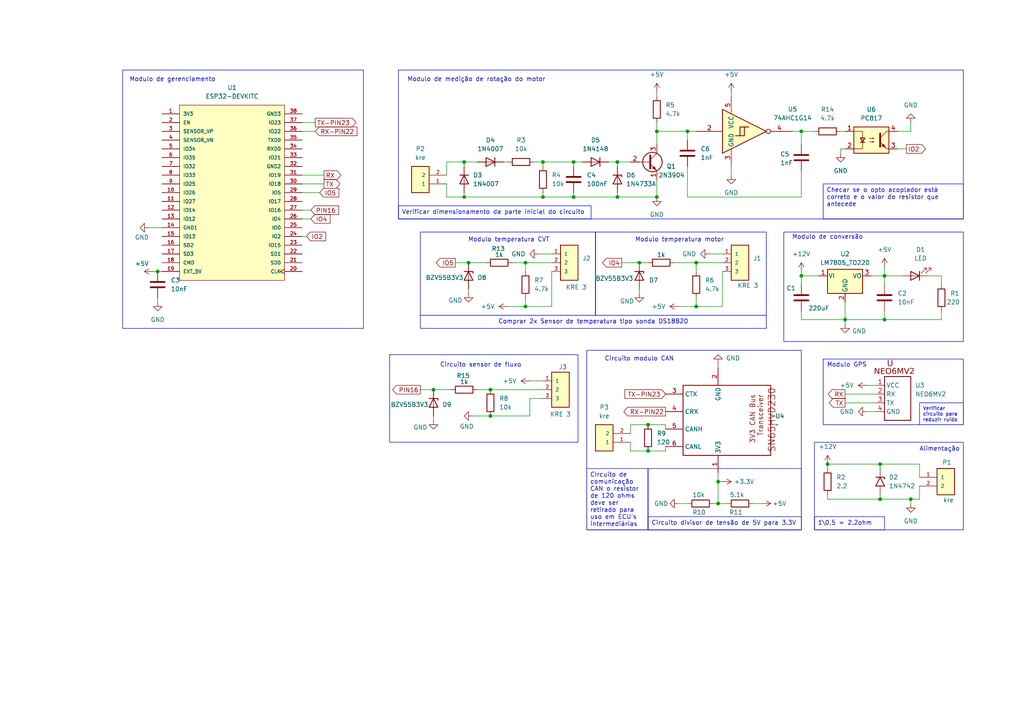
<source format=kicad_sch>
(kicad_sch (version 20250114) (generator "eeschema") (generator_version "9.0")
  (paper "A4")
  (lib_symbols
    (symbol "74xGxx:74AHC1G14"
      (property "Reference" "U" (at 0 3.81 0))
      (property "Value" "74AHC1G14" (at 0 -3.81 0))
      (symbol "74AHC1G14_0_1"
        (polyline (pts (xy -7.62 6.35) (xy -7.62 -6.35) (xy 5.08 0) (xy -7.62 6.35)) (stroke (width 0.254)) (fill (type background)))
      )
      (symbol "74AHC1G14_1_1"
        (polyline (pts (xy -3.81 -1.27) (xy -1.27 -1.27) (xy -1.27 1.27)) (stroke (width 0.254)))
        (polyline (pts (xy -2.54 -1.27) (xy -2.54 1.27) (xy 0 1.27)) (stroke (width 0.254)))
        (pin input line (at -15.24 0 0) (length 7.62) (name "~") (number "2"))
        (pin no_connect line (at -7.62 5.08 180) (length 5.08) (hide yes) (name "NC") (number "1"))
        (pin power_in line (at -5.08 10.16 270) (length 5.08) (name "VCC") (number "5"))
        (pin power_in line (at -5.08 -10.16 90) (length 5.08) (name "GND") (number "3"))
        (pin output inverted (at 12.7 0 180) (length 7.62) (name "~") (number "4"))
      )
    )
    (symbol "Device:C" (pin_numbers (hide yes)) (pin_names (offset 0.254))
      (property "Reference" "C" (at 0.635 2.54 0))
      (property "Value" "C" (at 0.635 -2.54 0))
      (symbol "C_0_1"
        (polyline (pts (xy -2.032 0.762) (xy 2.032 0.762)) (stroke (width 0.508)))
        (polyline (pts (xy -2.032 -0.762) (xy 2.032 -0.762)) (stroke (width 0.508)))
      )
      (symbol "C_1_1"
        (pin passive line (at 0 3.81 270) (length 2.794) (name "~") (number "1"))
        (pin passive line (at 0 -3.81 90) (length 2.794) (name "~") (number "2"))
      )
    )
    (symbol "Device:LED" (pin_numbers (hide yes)) (pin_names (offset 1.016) (hide yes))
      (property "Reference" "D" (at 0 2.54 0))
      (property "Value" "LED" (at 0 -2.54 0))
      (symbol "LED_0_1"
        (polyline (pts (xy -3.048 -0.762) (xy -4.572 -2.286) (xy -3.81 -2.286) (xy -4.572 -2.286) (xy -4.572 -1.524)))
        (polyline (pts (xy -1.778 -0.762) (xy -3.302 -2.286) (xy -2.54 -2.286) (xy -3.302 -2.286) (xy -3.302 -1.524)))
        (polyline (pts (xy -1.27 0) (xy 1.27 0)))
        (polyline (pts (xy -1.27 -1.27) (xy -1.27 1.27)) (stroke (width 0.254)))
        (polyline (pts (xy 1.27 -1.27) (xy 1.27 1.27) (xy -1.27 0) (xy 1.27 -1.27)) (stroke (width 0.254)))
      )
      (symbol "LED_1_1"
        (pin passive line (at -3.81 0 0) (length 2.54) (name "K") (number "1"))
        (pin passive line (at 3.81 0 180) (length 2.54) (name "A") (number "2"))
      )
    )
    (symbol "Device:R" (pin_numbers (hide yes)) (pin_names (offset 0))
      (property "Reference" "R" (at 2.032 0 90))
      (property "Value" "R" (at 0 0 90))
      (symbol "R_0_1"
        (rectangle (start -1.016 -2.54) (end 1.016 2.54) (stroke (width 0.254)))
      )
      (symbol "R_1_1"
        (pin passive line (at 0 3.81 270) (length 1.27) (name "~") (number "1"))
        (pin passive line (at 0 -3.81 90) (length 1.27) (name "~") (number "2"))
      )
    )
    (symbol "Diode:1.5KExxA" (pin_numbers (hide yes)) (pin_names (offset 1.016) (hide yes))
      (property "Reference" "D" (at 0 2.54 0))
      (property "Value" "1.5KExxA" (at 0 -2.54 0))
      (symbol "1.5KExxA_0_1"
        (polyline (pts (xy -0.762 1.27) (xy -1.27 1.27) (xy -1.27 -1.27)) (stroke (width 0.254)))
        (polyline (pts (xy 1.27 1.27) (xy 1.27 -1.27) (xy -1.27 0) (xy 1.27 1.27)) (stroke (width 0.254)))
      )
      (symbol "1.5KExxA_1_1"
        (pin passive line (at -3.81 0 0) (length 2.54) (name "A1") (number "1"))
        (pin passive line (at 3.81 0 180) (length 2.54) (name "A2") (number "2"))
      )
    )
    (symbol "Diode:1N4007" (pin_numbers (hide yes)) (pin_names (hide yes))
      (property "Reference" "D" (at 0 2.54 0))
      (property "Value" "1N4007" (at 0 -2.54 0))
      (symbol "1N4007_0_1"
        (polyline (pts (xy -1.27 1.27) (xy -1.27 -1.27)) (stroke (width 0.254)))
        (polyline (pts (xy 1.27 1.27) (xy 1.27 -1.27) (xy -1.27 0) (xy 1.27 1.27)) (stroke (width 0.254)))
        (polyline (pts (xy 1.27 0) (xy -1.27 0)))
      )
      (symbol "1N4007_1_1"
        (pin passive line (at -3.81 0 0) (length 2.54) (name "K") (number "1"))
        (pin passive line (at 3.81 0 180) (length 2.54) (name "A") (number "2"))
      )
    )
    (symbol "Diode:1N4148" (pin_numbers (hide yes)) (pin_names (hide yes))
      (property "Reference" "D" (at 0 2.54 0))
      (property "Value" "1N4148" (at 0 -2.54 0))
      (symbol "1N4148_0_1"
        (polyline (pts (xy -1.27 1.27) (xy -1.27 -1.27)) (stroke (width 0.254)))
        (polyline (pts (xy 1.27 1.27) (xy 1.27 -1.27) (xy -1.27 0) (xy 1.27 1.27)) (stroke (width 0.254)))
        (polyline (pts (xy 1.27 0) (xy -1.27 0)))
      )
      (symbol "1N4148_1_1"
        (pin passive line (at -3.81 0 0) (length 2.54) (name "K") (number "1"))
        (pin passive line (at 3.81 0 180) (length 2.54) (name "A") (number "2"))
      )
    )
    (symbol "Diode:1N47xxA" (pin_numbers (hide yes)) (pin_names (hide yes))
      (property "Reference" "D" (at 0 2.54 0))
      (property "Value" "1N47xxA" (at 0 -2.54 0))
      (symbol "1N47xxA_0_1"
        (polyline (pts (xy -1.27 -1.27) (xy -1.27 1.27) (xy -0.762 1.27)) (stroke (width 0.254)))
        (polyline (pts (xy 1.27 0) (xy -1.27 0)))
        (polyline (pts (xy 1.27 -1.27) (xy 1.27 1.27) (xy -1.27 0) (xy 1.27 -1.27)) (stroke (width 0.254)))
      )
      (symbol "1N47xxA_1_1"
        (pin passive line (at -3.81 0 0) (length 2.54) (name "K") (number "1"))
        (pin passive line (at 3.81 0 180) (length 2.54) (name "A") (number "2"))
      )
    )
    (symbol "Diode:BZV55B3V3" (pin_numbers (hide yes)) (pin_names (hide yes))
      (property "Reference" "D" (at 0 2.54 0))
      (property "Value" "BZV55B3V3" (at 0 -2.54 0))
      (symbol "BZV55B3V3_0_1"
        (polyline (pts (xy -1.27 -1.27) (xy -1.27 1.27) (xy -0.762 1.27)) (stroke (width 0.254)))
        (polyline (pts (xy 1.27 0) (xy -1.27 0)))
        (polyline (pts (xy 1.27 -1.27) (xy 1.27 1.27) (xy -1.27 0) (xy 1.27 -1.27)) (stroke (width 0.254)))
      )
      (symbol "BZV55B3V3_1_1"
        (pin passive line (at -3.81 0 0) (length 2.54) (name "K") (number "1"))
        (pin passive line (at 3.81 0 180) (length 2.54) (name "A") (number "2"))
      )
    )
    (symbol "Isolator:PC817" (pin_names (offset 1.016))
      (property "Reference" "U" (at -5.08 5.08 0))
      (property "Value" "PC817" (at 0 5.08 0))
      (symbol "PC817_0_1"
        (rectangle (start -5.08 3.81) (end 5.08 -3.81) (stroke (width 0.254)) (fill (type background)))
        (polyline (pts (xy -5.08 2.54) (xy -2.54 2.54) (xy -2.54 -0.635)))
        (polyline (pts (xy -3.175 -0.635) (xy -1.905 -0.635)) (stroke (width 0.254)))
        (polyline (pts (xy -2.54 -0.635) (xy -2.54 -2.54) (xy -5.08 -2.54)))
        (polyline (pts (xy -2.54 -0.635) (xy -3.175 0.635) (xy -1.905 0.635) (xy -2.54 -0.635)) (stroke (width 0.254)))
        (polyline (pts (xy -0.508 0.508) (xy 0.762 0.508) (xy 0.381 0.381) (xy 0.381 0.635) (xy 0.762 0.508)))
        (polyline (pts (xy -0.508 -0.508) (xy 0.762 -0.508) (xy 0.381 -0.635) (xy 0.381 -0.381) (xy 0.762 -0.508)))
        (polyline (pts (xy 2.54 1.905) (xy 2.54 -1.905)) (stroke (width 0.508)))
        (polyline (pts (xy 2.54 0.635) (xy 4.445 2.54)))
        (polyline (pts (xy 3.048 -1.651) (xy 3.556 -1.143) (xy 4.064 -2.159) (xy 3.048 -1.651)) (fill (type outline)))
        (polyline (pts (xy 4.445 2.54) (xy 5.08 2.54)))
        (polyline (pts (xy 4.445 -2.54) (xy 2.54 -0.635)) (fill (type outline)))
        (polyline (pts (xy 4.445 -2.54) (xy 5.08 -2.54)))
      )
      (symbol "PC817_1_1"
        (pin passive line (at -7.62 2.54 0) (length 2.54) (name "~") (number "1"))
        (pin passive line (at -7.62 -2.54 0) (length 2.54) (name "~") (number "2"))
        (pin passive line (at 7.62 2.54 180) (length 2.54) (name "~") (number "4"))
        (pin passive line (at 7.62 -2.54 180) (length 2.54) (name "~") (number "3"))
      )
    )
    (symbol "Regulator_Linear:LM7805_TO220" (pin_names (offset 0.254))
      (property "Reference" "U" (at -3.81 3.175 0))
      (property "Value" "LM7805_TO220" (at 0 3.175 0))
      (symbol "LM7805_TO220_0_1"
        (rectangle (start -5.08 1.905) (end 5.08 -5.08) (stroke (width 0.254)) (fill (type background)))
      )
      (symbol "LM7805_TO220_1_1"
        (pin power_in line (at -7.62 0 0) (length 2.54) (name "VI") (number "1"))
        (pin power_in line (at 0 -7.62 90) (length 2.54) (name "GND") (number "2"))
        (pin power_out line (at 7.62 0 180) (length 2.54) (name "VO") (number "3"))
      )
    )
    (symbol "Transistor_BJT:2N3904" (pin_names (offset 0) (hide yes))
      (property "Reference" "Q" (at 5.08 1.905 0))
      (property "Value" "2N3904" (at 5.08 0 0))
      (symbol "2N3904_0_1"
        (polyline (pts (xy -2.54 0) (xy 0.635 0)))
        (polyline (pts (xy 0.635 1.905) (xy 0.635 -1.905)) (stroke (width 0.508)))
        (circle (center 1.27 0) (radius 2.8194) (stroke (width 0.254)))
      )
      (symbol "2N3904_1_1"
        (polyline (pts (xy 0.635 0.635) (xy 2.54 2.54)))
        (polyline (pts (xy 0.635 -0.635) (xy 2.54 -2.54)))
        (polyline (pts (xy 1.27 -1.778) (xy 1.778 -1.27) (xy 2.286 -2.286) (xy 1.27 -1.778)) (fill (type outline)))
        (pin input line (at -5.08 0 0) (length 2.54) (name "B") (number "2"))
        (pin passive line (at 2.54 5.08 270) (length 2.54) (name "C") (number "3"))
        (pin passive line (at 2.54 -5.08 90) (length 2.54) (name "E") (number "1"))
      )
    )
    (symbol "importado:282836-3" (pin_names (offset 1.016))
      (property "Reference" "J" (at -2.5432 5.5951 0))
      (property "Value" "282836-3" (at -2.5403 -7.621 0))
      (symbol "282836-3_0_0"
        (rectangle (start -2.54 -5.08) (end 2.54 5.08) (stroke (width 0.254)) (fill (type background)))
        (pin passive line (at -5.08 2.54 0) (length 2.54) (name "1") (number "1"))
        (pin passive line (at -5.08 0 0) (length 2.54) (name "2") (number "2"))
        (pin passive line (at -5.08 -2.54 0) (length 2.54) (name "3") (number "3"))
      )
    )
    (symbol "importado:282837-2" (pin_names (offset 1.016))
      (property "Reference" "P" (at -2.5406 2.5438 0))
      (property "Value" "kre" (at -1.27 -7.62 0))
      (symbol "282837-2_0_0"
        (rectangle (start -2.54 -5.08) (end 2.54 2.54) (stroke (width 0.254)) (fill (type background)))
        (pin passive line (at -7.62 0 0) (length 5.08) (name "1") (number "1"))
        (pin passive line (at -7.62 -2.54 0) (length 5.08) (name "2") (number "2"))
      )
    )
    (symbol "importado:ESP32-DEVKITC" (pin_names (offset 1.016))
      (property "Reference" "U" (at -15.2572 26.0643 0))
      (property "Value" "ESP32-DEVKITC" (at -15.2563 -27.9698 0))
      (symbol "ESP32-DEVKITC_0_0"
        (pin power_in line (at -20.32 22.86 0) (length 5.08) (name "3V3") (number "1"))
        (pin input line (at -20.32 20.32 0) (length 5.08) (name "EN") (number "2"))
        (pin input line (at -20.32 17.78 0) (length 5.08) (name "SENSOR_VP") (number "3"))
        (pin input line (at -20.32 15.24 0) (length 5.08) (name "SENSOR_VN") (number "4"))
        (pin bidirectional line (at -20.32 12.7 0) (length 5.08) (name "IO34") (number "5"))
        (pin bidirectional line (at -20.32 10.16 0) (length 5.08) (name "IO35") (number "6"))
        (pin bidirectional line (at -20.32 7.62 0) (length 5.08) (name "IO32") (number "7"))
        (pin bidirectional line (at -20.32 5.08 0) (length 5.08) (name "IO33") (number "8"))
        (pin bidirectional line (at -20.32 2.54 0) (length 5.08) (name "IO25") (number "9"))
        (pin bidirectional line (at -20.32 0 0) (length 5.08) (name "IO26") (number "10"))
        (pin bidirectional line (at -20.32 -2.54 0) (length 5.08) (name "IO27") (number "11"))
        (pin bidirectional line (at -20.32 -5.08 0) (length 5.08) (name "IO14") (number "12"))
        (pin bidirectional line (at -20.32 -7.62 0) (length 5.08) (name "IO12") (number "13"))
        (pin power_in line (at -20.32 -10.16 0) (length 5.08) (name "GND1") (number "14"))
        (pin bidirectional line (at -20.32 -12.7 0) (length 5.08) (name "IO13") (number "15"))
        (pin bidirectional line (at -20.32 -15.24 0) (length 5.08) (name "SD2") (number "16"))
        (pin bidirectional line (at -20.32 -17.78 0) (length 5.08) (name "SD3") (number "17"))
        (pin bidirectional line (at -20.32 -20.32 0) (length 5.08) (name "CMD") (number "18"))
        (pin power_in line (at -20.32 -22.86 0) (length 5.08) (name "EXT_5V") (number "19"))
        (pin power_in line (at 20.32 22.86 180) (length 5.08) (name "GND3") (number "38"))
        (pin bidirectional line (at 20.32 20.32 180) (length 5.08) (name "IO23") (number "37"))
        (pin bidirectional line (at 20.32 17.78 180) (length 5.08) (name "IO22") (number "36"))
        (pin output line (at 20.32 15.24 180) (length 5.08) (name "TXD0") (number "35"))
        (pin input line (at 20.32 12.7 180) (length 5.08) (name "RXD0") (number "34"))
        (pin bidirectional line (at 20.32 10.16 180) (length 5.08) (name "IO21") (number "33"))
        (pin power_in line (at 20.32 7.62 180) (length 5.08) (name "GND2") (number "32"))
        (pin bidirectional line (at 20.32 5.08 180) (length 5.08) (name "IO19") (number "31"))
        (pin bidirectional line (at 20.32 2.54 180) (length 5.08) (name "IO18") (number "30"))
        (pin bidirectional line (at 20.32 0 180) (length 5.08) (name "IO5") (number "29"))
        (pin bidirectional line (at 20.32 -2.54 180) (length 5.08) (name "IO17") (number "28"))
        (pin bidirectional line (at 20.32 -5.08 180) (length 5.08) (name "IO16") (number "27"))
        (pin bidirectional line (at 20.32 -7.62 180) (length 5.08) (name "IO4") (number "26"))
        (pin bidirectional line (at 20.32 -10.16 180) (length 5.08) (name "IO0") (number "25"))
        (pin bidirectional line (at 20.32 -12.7 180) (length 5.08) (name "IO2") (number "24"))
        (pin bidirectional line (at 20.32 -15.24 180) (length 5.08) (name "IO15") (number "23"))
        (pin bidirectional line (at 20.32 -17.78 180) (length 5.08) (name "SD1") (number "22"))
        (pin bidirectional line (at 20.32 -20.32 180) (length 5.08) (name "SD0") (number "21"))
        (pin input clock (at 20.32 -22.86 180) (length 5.08) (name "CLK") (number "20"))
      )
      (symbol "ESP32-DEVKITC_1_0"
        (rectangle (start -15.24 25.4) (end 15.24 -25.4) (fill (type background)))
      )
    )
    (symbol "importado:NEO6MV2"
      (property "Reference" "U?" (at 0 0 0))
      (property "Value" "NEO6MV2" (at 0 0 0))
      (symbol "NEO6MV2_0_0"
        (rectangle (start 2.54 10.16) (end 10.16 -2.54) (stroke (width 0.254)))
        (text "NEO6MV2" (at -0.508 12.6111 0) (effects (font (size 1.6891 1.6891)) (justify left top)))
        (text "U" (at 3.302 14.8971 0) (effects (font (size 1.6891 1.6891)) (justify left top)))
        (pin passive line (at 0 7.62 0) (length 2.54) (name "VCC") (number "1"))
        (pin input line (at 0 5.08 0) (length 2.54) (name "RX") (number "2"))
        (pin output line (at 0 2.54 0) (length 2.54) (name "TX") (number "3"))
        (pin passive line (at 0 0 0) (length 2.54) (name "GND") (number "4"))
      )
    )
    (symbol "importado:SN65HVD230 3.3V CAN Bus Transceiver 1"
      (property "Reference" "U" (at 0 0 0))
      (symbol "SN65HVD230 3.3V CAN Bus Transceiver 1_0_0"
        (rectangle (start 5.08 5.08) (end 25.4 -20.32) (stroke (width 0.254)))
        (text "SN65HVD230" (at 5.6388 4.2926 0) (effects (font (size 1.9304 1.9304)) (justify left top)))
        (text "3V3 CAN Bus\nTransceiver" (at 7.62 -0.9906 0) (effects (font (size 1.4224 1.4224)) (justify left top)))
        (pin unspecified line (at 0 -10.16 0) (length 5.08) (name "GND") (number "2"))
        (pin unspecified line (at 7.62 -25.4 90) (length 5.08) (name "CTX") (number "3"))
        (pin unspecified line (at 12.7 -25.4 90) (length 5.08) (name "CRX") (number "4"))
        (pin unspecified line (at 17.78 -25.4 90) (length 5.08) (name "CANH") (number "5"))
        (pin unspecified line (at 22.86 -25.4 90) (length 5.08) (name "CANL") (number "6"))
        (pin unspecified line (at 30.48 -10.16 180) (length 5.08) (name "3V3") (number "1"))
      )
    )
    (symbol "power:+12V" (power) (pin_names (offset 0))
      (property "Value" "+12V" (at 0 3.556 0))
      (symbol "+12V_0_1"
        (polyline (pts (xy -0.762 1.27) (xy 0 2.54)))
        (polyline (pts (xy 0 2.54) (xy 0.762 1.27)))
        (polyline (pts (xy 0 0) (xy 0 2.54)))
      )
      (symbol "+12V_1_1"
        (pin power_in line (at 0 0 90) (length 0) (hide yes) (name "+12V") (number "1"))
      )
    )
    (symbol "power:+5V" (power) (pin_names (offset 0))
      (property "Value" "+5V" (at 0 3.556 0))
      (symbol "+5V_0_1"
        (polyline (pts (xy -0.762 1.27) (xy 0 2.54)))
        (polyline (pts (xy 0 2.54) (xy 0.762 1.27)))
        (polyline (pts (xy 0 0) (xy 0 2.54)))
      )
      (symbol "+5V_1_1"
        (pin power_in line (at 0 0 90) (length 0) (hide yes) (name "+5V") (number "1"))
      )
    )
    (symbol "power:GND" (power) (pin_names (offset 0))
      (property "Value" "GND" (at 0 -3.81 0))
      (symbol "GND_0_1"
        (polyline (pts (xy 0 0) (xy 0 -1.27) (xy 1.27 -1.27) (xy 0 -2.54) (xy -1.27 -1.27) (xy 0 -1.27)))
      )
      (symbol "GND_1_1"
        (pin power_in line (at 0 0 270) (length 0) (hide yes) (name "GND") (number "1"))
      )
    )
  )
  (rectangle (start 227.33 67.31) (end 279.4 99.06))
  (rectangle (start 121.92 67.31) (end 172.72 91.44))
  (rectangle (start 172.72 67.31) (end 222.25 91.44))
  (rectangle (start 279.4 104.14) (end 238.76 123.19))
  (rectangle (start 170.18 101.6) (end 232.41 153.67))
  (rectangle (start 187.96 135.89) (end 232.41 153.67))
  (rectangle (start 236.22 128.27) (end 279.4 153.67))
  (rectangle (start 35.56 20.32) (end 105.41 95.25))
  (rectangle (start 115.57 20.32) (end 279.4 63.5))
  (rectangle (start 113.03 102.87) (end 167.64 128.27))
  (text "Modulo temperatura CVT" (at 147.574 69.596 0) (effects (font (size 1.27 1.27))))
  (text "Modulo GPS" (at 245.618 105.918 0) (effects (font (size 1.27 1.27))))
  (text "Modulo temperatura motor" (at 197.104 69.596 0) (effects (font (size 1.27 1.27))))
  (text "Modulo de medição de rotação do motor" (at 138.176 23.114 0) (effects (font (size 1.27 1.27))))
  (text "Circuito sensor de fluxo" (at 139.446 105.918 0) (effects (font (size 1.27 1.27))))
  (text "Circuito modulo CAN" (at 185.42 104.14 0) (effects (font (size 1.27 1.27))))
  (text "Alimentação" (at 272.542 130.302 0) (effects (font (size 1.27 1.27))))
  (text "Modulo de conversão" (at 240.03 68.834 0) (effects (font (size 1.27 1.27))))
  (text "Modulo de gerenciamento" (at 50.038 23.114 0) (effects (font (size 1.27 1.27))))
  (text_box "CIrcuito de comunicação CAN o resistor de 120 ohms deve ser retirado para uso em ECU's intermediárias" (at 170.18 135.89 0) (size 17.78 17.78) (margins 0.9525 0.9525 0.9525 0.9525) (effects (font (size 1.27 1.27)) (justify left top)))
  (text_box "Verificar dimensionamento da parte inicial do circuito" (at 115.57 59.69 0) (size 55.88 3.81) (margins 0.9525 0.9525 0.9525 0.9525) (effects (font (size 1.27 1.27)) (justify left top)))
  (text_box "Checar se o opto acoplador está correto e o valor do resistor que antecede\n" (at 238.76 53.34 0) (size 40.64 10.16) (margins 0.9525 0.9525 0.9525 0.9525) (effects (font (size 1.27 1.27)) (justify left top)))
  (text_box "Verificar circuito para reduzir ruido\n" (at 266.7 116.84 0) (size 12.7 6.35) (margins 0.9525 0.9525 0.9525 0.9525) (effects (font (size 1.016 1.016)) (justify left top)))
  (text_box "Comprar 2x Sensor de temperatura tipo sonda DS18B20" (at 121.92 91.44 0) (size 100.33 3.81) (margins 0.9525 0.9525 0.9525 0.9525) (effects (font (size 1.27 1.27) (thickness 0.1588)) (justify top)))
  (text_box "1\\0,5 = 2.2ohm\n" (at 236.22 149.86 0) (size 20.32 3.81) (margins 0.9525 0.9525 0.9525 0.9525) (effects (font (size 1.27 1.27)) (justify left top)))
  (text_box "Circuito divisor de tensão de 5V para 3.3V" (at 187.96 149.86 0) (size 44.45 3.81) (margins 0.9525 0.9525 0.9525 0.9525) (effects (font (size 1.27 1.27)) (justify left top)))
  (junction (at 255.27 134.62))
  (junction (at 208.28 139.7))
  (junction (at 199.39 38.1))
  (junction (at 245.11 92.71))
  (junction (at 157.48 46.99))
  (junction (at 134.62 46.99))
  (junction (at 152.4 88.9))
  (junction (at 166.37 57.15))
  (junction (at 256.54 92.71))
  (junction (at 166.37 46.99))
  (junction (at 208.28 146.05))
  (junction (at 185.42 76.2))
  (junction (at 201.93 76.2))
  (junction (at 190.5 38.1))
  (junction (at 135.89 76.2))
  (junction (at 201.93 88.9))
  (junction (at 232.41 38.1))
  (junction (at 187.96 123.19))
  (junction (at 142.24 113.03))
  (junction (at 232.41 80.01))
  (junction (at 179.07 46.99))
  (junction (at 45.72 78.74))
  (junction (at 142.24 120.65))
  (junction (at 255.27 144.78))
  (junction (at 240.03 134.62))
  (junction (at 256.54 80.01))
  (junction (at 125.73 113.03))
  (junction (at 187.96 130.81))
  (junction (at 264.16 144.78))
  (junction (at 179.07 57.15))
  (junction (at 134.62 57.15))
  (junction (at 190.5 57.15))
  (junction (at 157.48 57.15))
  (junction (at 152.4 76.2))
  (wire (pts (xy 179.07 46.99) (xy 182.88 46.99)))
  (wire (pts (xy 88.9 68.58) (xy 87.63 68.58)))
  (wire (pts (xy 157.48 46.99) (xy 166.37 46.99)))
  (wire (pts (xy 125.73 113.03) (xy 130.81 113.03)))
  (wire (pts (xy 240.03 134.62) (xy 240.03 135.89)))
  (wire (pts (xy 201.93 88.9) (xy 196.85 88.9)))
  (wire (pts (xy 152.4 88.9) (xy 147.32 88.9)))
  (wire (pts (xy 179.07 57.15) (xy 166.37 57.15)))
  (wire (pts (xy 190.5 38.1) (xy 190.5 41.91)))
  (wire (pts (xy 166.37 46.99) (xy 166.37 48.26)))
  (wire (pts (xy 199.39 38.1) (xy 199.39 40.64)))
  (wire (pts (xy 153.67 110.49) (xy 157.48 110.49)))
  (wire (pts (xy 190.5 38.1) (xy 199.39 38.1)))
  (wire (pts (xy 44.45 78.74) (xy 45.72 78.74)))
  (wire (pts (xy 264.16 146.05) (xy 264.16 144.78)))
  (wire (pts (xy 232.41 92.71) (xy 245.11 92.71)))
  (wire (pts (xy 182.88 130.81) (xy 187.96 130.81)))
  (wire (pts (xy 240.03 143.51) (xy 240.03 144.78)))
  (wire (pts (xy 237.49 80.01) (xy 232.41 80.01)))
  (wire (pts (xy 264.16 38.1) (xy 264.16 35.56)))
  (wire (pts (xy 156.21 73.66) (xy 160.02 73.66)))
  (wire (pts (xy 245.11 87.63) (xy 245.11 92.71)))
  (wire (pts (xy 160.02 88.9) (xy 152.4 88.9)))
  (wire (pts (xy 273.05 90.17) (xy 273.05 92.71)))
  (wire (pts (xy 255.27 143.51) (xy 255.27 144.78)))
  (wire (pts (xy 199.39 57.15) (xy 232.41 57.15)))
  (wire (pts (xy 195.58 76.2) (xy 201.93 76.2)))
  (wire (pts (xy 45.72 86.36) (xy 45.72 87.63)))
  (wire (pts (xy 187.96 123.19) (xy 193.04 123.19)))
  (wire (pts (xy 148.59 76.2) (xy 152.4 76.2)))
  (wire (pts (xy 245.11 116.84) (xy 254 116.84)))
  (wire (pts (xy 201.93 76.2) (xy 201.93 78.74)))
  (wire (pts (xy 190.5 35.56) (xy 190.5 38.1)))
  (wire (pts (xy 260.35 38.1) (xy 264.16 38.1)))
  (wire (pts (xy 208.28 139.7) (xy 208.28 146.05)))
  (wire (pts (xy 87.63 55.88) (xy 92.71 55.88)))
  (wire (pts (xy 232.41 78.74) (xy 232.41 80.01)))
  (wire (pts (xy 134.62 57.15) (xy 134.62 55.88)))
  (wire (pts (xy 166.37 46.99) (xy 168.91 46.99)))
  (wire (pts (xy 153.67 120.65) (xy 153.67 115.57)))
  (wire (pts (xy 255.27 144.78) (xy 264.16 144.78)))
  (wire (pts (xy 251.46 111.76) (xy 254 111.76)))
  (wire (pts (xy 135.89 83.82) (xy 135.89 85.09)))
  (wire (pts (xy 182.88 123.19) (xy 187.96 123.19)))
  (wire (pts (xy 201.93 86.36) (xy 201.93 88.9)))
  (wire (pts (xy 129.54 46.99) (xy 129.54 50.8)))
  (wire (pts (xy 43.18 66.04) (xy 46.99 66.04)))
  (wire (pts (xy 229.87 38.1) (xy 232.41 38.1)))
  (wire (pts (xy 137.16 120.65) (xy 142.24 120.65)))
  (wire (pts (xy 243.84 43.18) (xy 243.84 44.45)))
  (wire (pts (xy 256.54 80.01) (xy 261.62 80.01)))
  (wire (pts (xy 208.28 146.05) (xy 210.82 146.05)))
  (wire (pts (xy 273.05 80.01) (xy 273.05 82.55)))
  (wire (pts (xy 252.73 80.01) (xy 256.54 80.01)))
  (wire (pts (xy 152.4 86.36) (xy 152.4 88.9)))
  (wire (pts (xy 182.88 125.73) (xy 182.88 123.19)))
  (wire (pts (xy 199.39 38.1) (xy 201.93 38.1)))
  (wire (pts (xy 153.67 115.57) (xy 157.48 115.57)))
  (wire (pts (xy 152.4 76.2) (xy 160.02 76.2)))
  (wire (pts (xy 256.54 82.55) (xy 256.54 80.01)))
  (wire (pts (xy 134.62 46.99) (xy 138.43 46.99)))
  (wire (pts (xy 193.04 129.54) (xy 193.04 130.81)))
  (wire (pts (xy 157.48 57.15) (xy 134.62 57.15)))
  (wire (pts (xy 185.42 76.2) (xy 187.96 76.2)))
  (wire (pts (xy 146.05 46.99) (xy 147.32 46.99)))
  (wire (pts (xy 266.7 144.78) (xy 264.16 144.78)))
  (wire (pts (xy 255.27 134.62) (xy 266.7 134.62)))
  (wire (pts (xy 157.48 46.99) (xy 157.48 48.26)))
  (wire (pts (xy 269.24 80.01) (xy 273.05 80.01)))
  (wire (pts (xy 190.5 52.07) (xy 190.5 57.15)))
  (wire (pts (xy 240.03 144.78) (xy 255.27 144.78)))
  (wire (pts (xy 87.63 60.96) (xy 90.17 60.96)))
  (wire (pts (xy 266.7 134.62) (xy 266.7 138.43)))
  (wire (pts (xy 190.5 57.15) (xy 179.07 57.15)))
  (wire (pts (xy 273.05 92.71) (xy 256.54 92.71)))
  (wire (pts (xy 232.41 90.17) (xy 232.41 92.71)))
  (wire (pts (xy 232.41 80.01) (xy 232.41 82.55)))
  (wire (pts (xy 87.63 63.5) (xy 90.17 63.5)))
  (wire (pts (xy 208.28 137.16) (xy 208.28 139.7)))
  (wire (pts (xy 87.63 50.8) (xy 93.98 50.8)))
  (wire (pts (xy 125.73 120.65) (xy 125.73 121.92)))
  (wire (pts (xy 256.54 90.17) (xy 256.54 92.71)))
  (wire (pts (xy 260.35 43.18) (xy 262.89 43.18)))
  (wire (pts (xy 135.89 76.2) (xy 140.97 76.2)))
  (wire (pts (xy 179.07 46.99) (xy 179.07 48.26)))
  (wire (pts (xy 152.4 76.2) (xy 152.4 78.74)))
  (wire (pts (xy 232.41 38.1) (xy 232.41 41.91)))
  (wire (pts (xy 91.44 35.56) (xy 87.63 35.56)))
  (wire (pts (xy 166.37 57.15) (xy 157.48 57.15)))
  (wire (pts (xy 245.11 114.3) (xy 254 114.3)))
  (wire (pts (xy 138.43 113.03) (xy 142.24 113.03)))
  (wire (pts (xy 256.54 77.47) (xy 256.54 80.01)))
  (wire (pts (xy 180.34 76.2) (xy 185.42 76.2)))
  (wire (pts (xy 166.37 57.15) (xy 166.37 55.88)))
  (wire (pts (xy 87.63 38.1) (xy 91.44 38.1)))
  (wire (pts (xy 255.27 135.89) (xy 255.27 134.62)))
  (wire (pts (xy 209.55 139.7) (xy 208.28 139.7)))
  (wire (pts (xy 185.42 83.82) (xy 185.42 85.09)))
  (wire (pts (xy 212.09 48.26) (xy 212.09 50.8)))
  (wire (pts (xy 132.08 76.2) (xy 135.89 76.2)))
  (wire (pts (xy 129.54 53.34) (xy 129.54 57.15)))
  (wire (pts (xy 190.5 26.67) (xy 190.5 27.94)))
  (wire (pts (xy 160.02 78.74) (xy 160.02 88.9)))
  (wire (pts (xy 266.7 140.97) (xy 266.7 144.78)))
  (wire (pts (xy 220.98 146.05) (xy 218.44 146.05)))
  (wire (pts (xy 196.85 146.05) (xy 199.39 146.05)))
  (wire (pts (xy 121.92 113.03) (xy 125.73 113.03)))
  (wire (pts (xy 251.46 119.38) (xy 254 119.38)))
  (wire (pts (xy 142.24 113.03) (xy 157.48 113.03)))
  (wire (pts (xy 199.39 48.26) (xy 199.39 57.15)))
  (wire (pts (xy 129.54 46.99) (xy 134.62 46.99)))
  (wire (pts (xy 154.94 46.99) (xy 157.48 46.99)))
  (wire (pts (xy 245.11 92.71) (xy 256.54 92.71)))
  (wire (pts (xy 212.09 26.67) (xy 212.09 27.94)))
  (wire (pts (xy 209.55 78.74) (xy 209.55 88.9)))
  (wire (pts (xy 232.41 57.15) (xy 232.41 49.53)))
  (wire (pts (xy 134.62 57.15) (xy 129.54 57.15)))
  (wire (pts (xy 157.48 55.88) (xy 157.48 57.15)))
  (wire (pts (xy 243.84 38.1) (xy 245.11 38.1)))
  (wire (pts (xy 240.03 134.62) (xy 255.27 134.62)))
  (wire (pts (xy 176.53 46.99) (xy 179.07 46.99)))
  (wire (pts (xy 245.11 43.18) (xy 243.84 43.18)))
  (wire (pts (xy 208.28 105.41) (xy 208.28 106.68)))
  (wire (pts (xy 45.72 78.74) (xy 46.99 78.74)))
  (wire (pts (xy 236.22 38.1) (xy 232.41 38.1)))
  (wire (pts (xy 193.04 123.19) (xy 193.04 124.46)))
  (wire (pts (xy 87.63 53.34) (xy 93.98 53.34)))
  (wire (pts (xy 182.88 128.27) (xy 182.88 130.81)))
  (wire (pts (xy 205.74 73.66) (xy 209.55 73.66)))
  (wire (pts (xy 134.62 48.26) (xy 134.62 46.99)))
  (wire (pts (xy 245.11 92.71) (xy 245.11 93.98)))
  (wire (pts (xy 209.55 88.9) (xy 201.93 88.9)))
  (wire (pts (xy 179.07 55.88) (xy 179.07 57.15)))
  (wire (pts (xy 201.93 76.2) (xy 209.55 76.2)))
  (wire (pts (xy 193.04 130.81) (xy 187.96 130.81)))
  (wire (pts (xy 142.24 120.65) (xy 153.67 120.65)))
  (wire (pts (xy 207.01 146.05) (xy 208.28 146.05)))
  (global_label "IO5" (shape input) (at 92.71 55.88 0) (property "Intersheetrefs" "${INTERSHEET_REFS}" (effects (hide yes))))
  (global_label "TX-PIN23" (shape input) (at 193.04 114.3 180) (property "Intersheetrefs" "${INTERSHEET_REFS}" (effects (hide yes))))
  (global_label "RX" (shape output) (at 245.11 114.3 180) (property "Intersheetrefs" "${INTERSHEET_REFS}" (effects (hide yes))))
  (global_label "PIN16" (shape input) (at 90.17 60.96 0) (property "Intersheetrefs" "${INTERSHEET_REFS}" (effects (hide yes))))
  (global_label "RX" (shape output) (at 93.98 50.8 0) (property "Intersheetrefs" "${INTERSHEET_REFS}" (effects (hide yes))))
  (global_label "TX" (shape output) (at 93.98 53.34 0) (property "Intersheetrefs" "${INTERSHEET_REFS}" (effects (hide yes))))
  (global_label "TX-PIN23" (shape output) (at 91.44 35.56 0) (property "Intersheetrefs" "${INTERSHEET_REFS}" (effects (hide yes))))
  (global_label "IO4" (shape input) (at 90.17 63.5 0) (property "Intersheetrefs" "${INTERSHEET_REFS}" (effects (hide yes))))
  (global_label "IO5" (shape output) (at 132.08 76.2 180) (property "Intersheetrefs" "${INTERSHEET_REFS}" (effects (hide yes))))
  (global_label "RX-PIN22" (shape output) (at 193.04 119.38 180) (property "Intersheetrefs" "${INTERSHEET_REFS}" (effects (hide yes))))
  (global_label "IO4" (shape output) (at 180.34 76.2 180) (property "Intersheetrefs" "${INTERSHEET_REFS}" (effects (hide yes))))
  (global_label "IO2" (shape output) (at 262.89 43.18 0) (property "Intersheetrefs" "${INTERSHEET_REFS}" (effects (hide yes))))
  (global_label "RX-PIN22" (shape input) (at 91.44 38.1 0) (property "Intersheetrefs" "${INTERSHEET_REFS}" (effects (hide yes))))
  (global_label "IO2" (shape input) (at 88.9 68.58 0) (property "Intersheetrefs" "${INTERSHEET_REFS}" (effects (hide yes))))
  (global_label "TX" (shape output) (at 245.11 116.84 180) (property "Intersheetrefs" "${INTERSHEET_REFS}" (effects (hide yes))))
  (global_label "PIN16" (shape output) (at 121.92 113.03 180) (property "Intersheetrefs" "${INTERSHEET_REFS}" (effects (hide yes))))
  (symbol (lib_id "power:+5V") (at 212.09 26.67 0) (unit 1)
    (property "Reference" "#PWR014" (effects (hide yes)))
    (property "Value" "+5V" (at 212.09 21.59 0))
  )
  (symbol (lib_id "Device:C") (at 45.72 82.55 0) (unit 1)
    (property "Reference" "C3" (at 49.53 81.28 0) (effects (justify left)))
    (property "Value" "10nF" (at 49.53 83.82 0) (effects (justify left)))
    (property "Footprint" "Capacitor_THT:CP_Radial_D8.0mm_P5.00mm" (effects (hide yes)))
  )
  (symbol (lib_id "power:GND") (at 125.73 121.92 0) (unit 1)
    (property "Reference" "#PWR029" (effects (hide yes)))
    (property "Value" "GND" (at 121.92 123.952 0))
  )
  (symbol (lib_id "Isolator:PC817") (at 252.73 40.64 0) (unit 1)
    (property "Reference" "U6" (at 252.73 31.75 0))
    (property "Value" "PC817" (at 252.73 34.29 0))
    (property "Footprint" "Package_DIP:DIP-4_W7.62mm" (effects (hide yes)))
    (property "Datasheet" "http://www.soselectronic.cz/a_info/resource/d/pc817.pdf" (effects (hide yes)))
    (property "Description" "DC Optocoupler, Vce 35V, CTR 50-300%, DIP-4" (effects (hide yes)))
  )
  (symbol (lib_id "Regulator_Linear:LM7805_TO220") (at 245.11 80.01 0) (unit 1)
    (property "Reference" "U2" (at 245.11 73.66 0))
    (property "Value" "LM7805_TO220" (at 245.11 76.2 0))
    (property "Footprint" "Package_TO_SOT_THT:TO-220-3_Vertical" (effects (hide yes)))
    (property "Datasheet" "https://www.onsemi.cn/PowerSolutions/document/MC7800-D.PDF" (effects (hide yes)))
  )
  (symbol (lib_id "Device:R") (at 191.77 76.2 90) (unit 1)
    (property "Reference" "R12" (effects (hide yes)))
    (property "Value" "1k" (at 191.77 73.914 90))
    (property "Footprint" "Resistor_THT:R_Axial_DIN0207_L6.3mm_D2.5mm_P10.16mm_Horizontal" (effects (hide yes)))
  )
  (symbol (lib_id "Diode:BZV55B3V3") (at 125.73 116.84 270) (unit 1)
    (property "Reference" "D9" (at 128.27 117.348 90) (effects (justify left)))
    (property "Value" "BZV55B3V3" (at 113.284 117.348 90) (effects (justify left)))
    (property "Footprint" "Diode_THT:D_DO-201AE_P15.24mm_Horizontal" (effects (hide yes)))
    (property "Datasheet" "https://assets.nexperia.com/documents/data-sheet/BZV55_SER.pdf" (effects (hide yes)))
    (property "Description" "3.3V, 500mW, 2%, Zener diode, MiniMELF" (effects (hide yes)))
  )
  (symbol (lib_id "power:+5V") (at 153.67 110.49 90) (unit 1)
    (property "Reference" "#PWR019" (effects (hide yes)))
    (property "Value" "+5V" (at 149.86 110.4899 90) (effects (justify left)))
  )
  (symbol (lib_id "Device:R") (at 142.24 116.84 180) (unit 1)
    (property "Reference" "R8" (at 144.78 115.5699 0) (effects (justify right)))
    (property "Value" "10k" (at 144.78 118.1099 0) (effects (justify right)))
    (property "Footprint" "Resistor_THT:R_Axial_DIN0207_L6.3mm_D2.5mm_P10.16mm_Horizontal" (effects (hide yes)))
  )
  (symbol (lib_id "Device:C") (at 199.39 44.45 0) (unit 1)
    (property "Reference" "C6" (at 203.2 43.1799 0) (effects (justify left)))
    (property "Value" "1nF" (at 203.2 45.7199 0) (effects (justify left)))
    (property "Footprint" "Capacitor_THT:CP_Radial_D8.0mm_P5.00mm" (effects (hide yes)))
  )
  (symbol (lib_id "Device:C") (at 232.41 86.36 0) (unit 1)
    (property "Reference" "C1" (at 228.092 83.566 0) (effects (justify left)))
    (property "Value" "220uF" (at 234.442 89.408 0) (effects (justify left)))
    (property "Footprint" "Capacitor_THT:CP_Radial_D8.0mm_P5.00mm" (effects (hide yes)))
  )
  (symbol (lib_id "power:GND") (at 245.11 93.98 0) (unit 1)
    (property "Reference" "#PWR03" (effects (hide yes)))
    (property "Value" "GND" (at 249.174 96.012 0))
  )
  (symbol (lib_id "importado:282837-2") (at 175.26 128.27 180) (unit 1)
    (property "Reference" "P3" (at 175.26 118.11 0))
    (property "Value" "kre" (at 175.26 120.65 0))
    (property "Footprint" "importado:TE_282837-2" (effects (hide yes)))
    (property "Description" "                        \n                            Terminal Block Connector Wire Receptacle 2 5.08 mm 30-16 AWG Green 13.5 A 250 V | TE Connectivity 282837-2\n                        \n" (effects (hide yes)))
  )
  (symbol (lib_id "power:GND") (at 205.74 73.66 270) (unit 1)
    (property "Reference" "#PWR015" (effects (hide yes)))
    (property "Value" "GND" (at 201.93 73.6599 90) (effects (justify right)))
  )
  (symbol (lib_id "Device:R") (at 157.48 52.07 0) (unit 1)
    (property "Reference" "R4" (at 160.02 50.7999 0) (effects (justify left)))
    (property "Value" "10k" (at 160.02 53.3399 0) (effects (justify left)))
    (property "Footprint" "Resistor_THT:R_Axial_DIN0207_L6.3mm_D2.5mm_P10.16mm_Horizontal" (effects (hide yes)))
  )
  (symbol (lib_id "Transistor_BJT:2N3904") (at 187.96 46.99 0) (unit 1)
    (property "Reference" "Q1" (at 193.294 48.26 0) (effects (justify left)))
    (property "Value" "2N3904" (at 191.008 50.8 0) (effects (justify left)))
    (property "Footprint" "Package_TO_SOT_THT:TO-92_Inline" (effects (hide yes)))
    (property "Datasheet" "https://www.onsemi.com/pub/Collateral/2N3903-D.PDF" (effects (hide yes)))
    (property "Description" "0.2A Ic, 40V Vce, Small Signal NPN Transistor, TO-92" (effects (hide yes)))
  )
  (symbol (lib_id "power:+5V") (at 147.32 88.9 90) (unit 1)
    (property "Reference" "#PWR017" (effects (hide yes)))
    (property "Value" "+5V" (at 143.51 88.8999 90) (effects (justify left)))
  )
  (symbol (lib_id "power:GND") (at 156.21 73.66 270) (unit 1)
    (property "Reference" "#PWR018" (effects (hide yes)))
    (property "Value" "GND" (at 152.4 73.6599 90) (effects (justify right)))
  )
  (symbol (lib_id "power:+5V") (at 220.98 146.05 270) (unit 1)
    (property "Reference" "#PWR022" (effects (hide yes)))
    (property "Value" "+5V" (at 226.06 146.05 90))
  )
  (symbol (lib_id "power:+5V") (at 256.54 77.47 0) (unit 1)
    (property "Reference" "#PWR02" (effects (hide yes)))
    (property "Value" "+5V" (at 256.54 72.39 0))
  )
  (symbol (lib_id "Device:C") (at 232.41 45.72 0) (unit 1)
    (property "Reference" "C5" (at 226.314 44.704 0) (effects (justify left)))
    (property "Value" "1nF" (at 226.314 47.244 0) (effects (justify left)))
    (property "Footprint" "Capacitor_THT:CP_Radial_D8.0mm_P5.00mm" (effects (hide yes)))
  )
  (symbol (lib_id "power:GND") (at 185.42 85.09 0) (unit 1)
    (property "Reference" "#PWR025" (effects (hide yes)))
    (property "Value" "GND" (at 181.864 87.376 0))
  )
  (symbol (lib_id "importado:SN65HVD230 3.3V CAN Bus Transceiver 1") (at 218.44 106.68 270) (unit 1)
    (property "Reference" "U4" (at 224.79 120.6499 90) (effects (justify left)))
    (property "Value" "~" (at 224.79 123.1899 90) (effects (justify left)))
  )
  (symbol (lib_id "Device:C") (at 166.37 52.07 0) (unit 1)
    (property "Reference" "C4" (at 170.18 50.7999 0) (effects (justify left)))
    (property "Value" "100nF" (at 170.18 53.3399 0) (effects (justify left)))
    (property "Footprint" "Capacitor_THT:CP_Radial_D8.0mm_P5.00mm" (effects (hide yes)))
  )
  (symbol (lib_id "Device:R") (at 214.63 146.05 90) (unit 1)
    (property "Reference" "R11" (at 215.392 148.59 90) (effects (justify left)))
    (property "Value" "5.1k" (at 215.8999 143.51 90) (effects (justify left)))
    (property "Footprint" "Resistor_THT:R_Axial_DIN0207_L6.3mm_D2.5mm_P10.16mm_Horizontal" (effects (hide yes)))
  )
  (symbol (lib_id "power:+5V") (at 251.46 111.76 90) (unit 1)
    (property "Reference" "#PWR07" (effects (hide yes)))
    (property "Value" "+5V" (at 247.65 111.7599 90) (effects (justify left)))
  )
  (symbol (lib_id "importado:282837-2") (at 121.92 53.34 180) (unit 1)
    (property "Reference" "P2" (at 121.92 43.18 0))
    (property "Value" "kre" (at 121.92 45.72 0))
    (property "Footprint" "importado:TE_282837-2" (effects (hide yes)))
    (property "Description" "                        \n                            Terminal Block Connector Wire Receptacle 2 5.08 mm 30-16 AWG Green 13.5 A 250 V | TE Connectivity 282837-2\n                        \n" (effects (hide yes)))
  )
  (symbol (lib_id "Diode:1N4148") (at 172.72 46.99 180) (unit 1)
    (property "Reference" "D5" (at 172.72 40.64 0))
    (property "Value" "1N4148" (at 172.72 43.18 0))
    (property "Footprint" "Diode_THT:D_DO-35_SOD27_P7.62mm_Horizontal" (effects (hide yes)))
    (property "Datasheet" "https://assets.nexperia.com/documents/data-sheet/1N4148_1N4448.pdf" (effects (hide yes)))
    (property "Description" "100V 0.15A standard switching diode, DO-35" (effects (hide yes)))
    (property "Sim.Device" "D" (effects (hide yes)))
    (property "Sim.Pins" "1=K 2=A" (effects (hide yes)))
  )
  (symbol (lib_id "power:+12V") (at 240.03 134.62 0) (unit 1)
    (property "Reference" "#PWR04" (effects (hide yes)))
    (property "Value" "+12V" (at 240.03 129.54 0))
  )
  (symbol (lib_id "Device:R") (at 203.2 146.05 90) (unit 1)
    (property "Reference" "R10" (at 204.724 148.59 90) (effects (justify left)))
    (property "Value" "10k" (at 204.4699 143.51 90) (effects (justify left)))
    (property "Footprint" "Resistor_THT:R_Axial_DIN0207_L6.3mm_D2.5mm_P10.16mm_Horizontal" (effects (hide yes)))
  )
  (symbol (lib_id "power:GND") (at 243.84 44.45 0) (unit 1)
    (property "Reference" "#PWR027" (effects (hide yes)))
    (property "Value" "GND" (at 243.84 49.53 0))
  )
  (symbol (lib_id "power:+5V") (at 209.55 139.7 270) (unit 1)
    (property "Reference" "#PWR024" (effects (hide yes)))
    (property "Value" "+3.3V" (at 212.852 139.7 90) (effects (justify left)))
  )
  (symbol (lib_id "Device:R") (at 190.5 31.75 0) (unit 1)
    (property "Reference" "R5" (at 193.04 30.4799 0) (effects (justify left)))
    (property "Value" "4.7k" (at 193.04 33.0199 0) (effects (justify left)))
    (property "Footprint" "Resistor_THT:R_Axial_DIN0207_L6.3mm_D2.5mm_P10.16mm_Horizontal" (effects (hide yes)))
  )
  (symbol (lib_id "power:GND") (at 137.16 120.65 270) (unit 1)
    (property "Reference" "#PWR020" (effects (hide yes)))
    (property "Value" "GND" (at 137.414 123.698 90) (effects (justify right)))
  )
  (symbol (lib_id "Device:R") (at 240.03 139.7 180) (unit 1)
    (property "Reference" "R2" (at 242.57 138.43 0) (effects (justify right)))
    (property "Value" "2.2" (at 242.57 140.97 0) (effects (justify right)))
    (property "Footprint" "Resistor_THT:R_Axial_DIN0207_L6.3mm_D2.5mm_P10.16mm_Horizontal" (effects (hide yes)))
  )
  (symbol (lib_id "power:GND") (at 212.09 50.8 0) (unit 1)
    (property "Reference" "#PWR013" (effects (hide yes)))
    (property "Value" "GND" (at 212.09 55.88 0))
  )
  (symbol (lib_id "power:GND") (at 251.46 119.38 270) (unit 1)
    (property "Reference" "#PWR06" (effects (hide yes)))
    (property "Value" "GND" (at 247.65 119.3799 90) (effects (justify right)))
  )
  (symbol (lib_id "Device:R") (at 151.13 46.99 90) (unit 1)
    (property "Reference" "R3" (at 151.13 40.64 90))
    (property "Value" "10k" (at 151.13 43.18 90))
    (property "Footprint" "Resistor_THT:R_Axial_DIN0207_L6.3mm_D2.5mm_P10.16mm_Horizontal" (effects (hide yes)))
  )
  (symbol (lib_id "power:GND") (at 190.5 57.15 0) (unit 1)
    (property "Reference" "#PWR012" (effects (hide yes)))
    (property "Value" "GND" (at 190.5 62.23 0))
  )
  (symbol (lib_id "power:GND") (at 135.89 85.09 0) (unit 1)
    (property "Reference" "#PWR026" (effects (hide yes)))
    (property "Value" "GND" (at 132.08 87.122 0))
  )
  (symbol (lib_id "Device:R") (at 134.62 113.03 90) (unit 1)
    (property "Reference" "R15" (at 134.366 108.966 90))
    (property "Value" "1k" (at 134.62 110.744 90))
    (property "Footprint" "Resistor_THT:R_Axial_DIN0207_L6.3mm_D2.5mm_P10.16mm_Horizontal" (effects (hide yes)))
  )
  (symbol (lib_id "power:GND") (at 208.28 105.41 180) (unit 1)
    (property "Reference" "#PWR021" (effects (hide yes)))
    (property "Value" "GND" (at 212.598 103.886 0))
  )
  (symbol (lib_id "importado:282836-3") (at 162.56 113.03 0) (unit 1)
    (property "Reference" "J3" (at 162.052 106.426 0) (effects (justify left)))
    (property "Value" "KRE 3" (at 159.512 120.142 0) (effects (justify left)))
  )
  (symbol (lib_id "power:+5V") (at 196.85 88.9 90) (unit 1)
    (property "Reference" "#PWR016" (effects (hide yes)))
    (property "Value" "+5V" (at 193.04 88.8999 90) (effects (justify left)))
  )
  (symbol (lib_id "Diode:1N4007") (at 142.24 46.99 180) (unit 1)
    (property "Reference" "D4" (at 142.24 40.64 0))
    (property "Value" "1N4007" (at 142.24 43.18 0))
    (property "Footprint" "Diode_THT:D_DO-41_SOD81_P10.16mm_Horizontal" (effects (hide yes)))
    (property "Datasheet" "http://www.vishay.com/docs/88503/1n4001.pdf" (effects (hide yes)))
    (property "Description" "1000V 1A General Purpose Rectifier Diode, DO-41" (effects (hide yes)))
    (property "Sim.Device" "D" (effects (hide yes)))
    (property "Sim.Pins" "1=K 2=A" (effects (hide yes)))
  )
  (symbol (lib_id "Device:R") (at 144.78 76.2 90) (unit 1)
    (property "Reference" "R13" (at 144.526 72.136 90))
    (property "Value" "1k" (at 144.78 73.914 90))
    (property "Footprint" "Resistor_THT:R_Axial_DIN0207_L6.3mm_D2.5mm_P10.16mm_Horizontal" (effects (hide yes)))
  )
  (symbol (lib_id "Device:R") (at 187.96 127 180) (unit 1)
    (property "Reference" "R9" (at 190.5 125.7299 0) (effects (justify right)))
    (property "Value" "120" (at 190.5 128.2699 0) (effects (justify right)))
    (property "Footprint" "Resistor_THT:R_Axial_DIN0207_L6.3mm_D2.5mm_P10.16mm_Horizontal" (effects (hide yes)))
  )
  (symbol (lib_id "Device:R") (at 273.05 86.36 0) (unit 1)
    (property "Reference" "R1" (at 275.59 85.09 0) (effects (justify left)))
    (property "Value" "220" (at 274.574 87.63 0) (effects (justify left)))
    (property "Footprint" "Resistor_THT:R_Axial_DIN0207_L6.3mm_D2.5mm_P10.16mm_Horizontal" (effects (hide yes)))
  )
  (symbol (lib_id "power:+5V") (at 44.45 78.74 90) (unit 1)
    (property "Reference" "#PWR08" (effects (hide yes)))
    (property "Value" "+5V" (at 43.18 76.454 90) (effects (justify left)))
  )
  (symbol (lib_id "power:GND") (at 45.72 87.63 0) (unit 1)
    (property "Reference" "#PWR09" (effects (hide yes)))
    (property "Value" "GND" (at 45.72 92.71 0))
  )
  (symbol (lib_id "Diode:1.5KExxA") (at 255.27 139.7 270) (unit 1)
    (property "Reference" "D2" (at 257.81 138.43 90) (effects (justify left)))
    (property "Value" "1N4742" (at 257.81 140.97 90) (effects (justify left)))
    (property "Footprint" "Diode_THT:D_DO-201AE_P15.24mm_Horizontal" (effects (hide yes)))
    (property "Datasheet" "https://www.vishay.com/docs/88301/15ke.pdf" (effects (hide yes)))
  )
  (symbol (lib_id "Device:R") (at 152.4 82.55 180) (unit 1)
    (property "Reference" "R7" (at 154.94 81.2799 0) (effects (justify right)))
    (property "Value" "4.7k" (at 154.94 83.8199 0) (effects (justify right)))
    (property "Footprint" "Resistor_THT:R_Axial_DIN0207_L6.3mm_D2.5mm_P10.16mm_Horizontal" (effects (hide yes)))
  )
  (symbol (lib_id "power:+5V") (at 190.5 26.67 0) (unit 1)
    (property "Reference" "#PWR011" (effects (hide yes)))
    (property "Value" "+5V" (at 190.5 21.59 0))
  )
  (symbol (lib_id "power:GND") (at 43.18 66.04 270) (unit 1)
    (property "Reference" "#PWR010" (effects (hide yes)))
    (property "Value" "GND" (at 43.18 68.834 90) (effects (justify right)))
  )
  (symbol (lib_id "Device:LED") (at 265.43 80.01 180) (unit 1)
    (property "Reference" "D1" (at 267.0175 72.39 0))
    (property "Value" "LED" (at 267.0175 74.93 0))
    (property "Footprint" "LED_THT:LED_D3.0mm" (effects (hide yes)))
  )
  (symbol (lib_id "importado:282836-3") (at 165.1 76.2 0) (unit 1)
    (property "Reference" "J2" (at 168.91 74.9299 0) (effects (justify left)))
    (property "Value" "KRE 3" (at 164.084 83.312 0) (effects (justify left)))
  )
  (symbol (lib_id "power:GND") (at 196.85 146.05 270) (unit 1)
    (property "Reference" "#PWR023" (effects (hide yes)))
    (property "Value" "GND" (at 191.77 146.05 90))
  )
  (symbol (lib_id "Device:R") (at 240.03 38.1 90) (unit 1)
    (property "Reference" "R14" (at 240.03 31.75 90))
    (property "Value" "4.7k" (at 240.03 34.29 90))
    (property "Footprint" "Resistor_THT:R_Axial_DIN0207_L6.3mm_D2.5mm_P10.16mm_Horizontal" (effects (hide yes)))
  )
  (symbol (lib_id "Device:R") (at 201.93 82.55 180) (unit 1)
    (property "Reference" "R6" (at 204.47 81.2799 0) (effects (justify right)))
    (property "Value" "4.7k" (at 204.47 83.8199 0) (effects (justify right)))
    (property "Footprint" "Resistor_THT:R_Axial_DIN0207_L6.3mm_D2.5mm_P10.16mm_Horizontal" (effects (hide yes)))
  )
  (symbol (lib_id "importado:NEO6MV2") (at 254 119.38 0) (unit 1)
    (property "Reference" "U3" (at 265.43 111.7698 0) (effects (justify left)))
    (property "Value" "NEO6MV2" (at 265.43 114.3098 0) (effects (justify left)))
    (property "Footprint" "importado:NEO-6M-V2-GPSMODULE-FOOTPRINT" (effects (hide yes)))
  )
  (symbol (lib_id "importado:282836-3") (at 214.63 76.2 0) (unit 1)
    (property "Reference" "J1" (at 218.44 74.9299 0) (effects (justify left)))
    (property "Value" "KRE 3" (at 213.868 82.804 0) (effects (justify left)))
  )
  (symbol (lib_id "Diode:1N4007") (at 134.62 52.07 270) (unit 1)
    (property "Reference" "D3" (at 137.16 50.7999 90) (effects (justify left)))
    (property "Value" "1N4007" (at 137.16 53.3399 90) (effects (justify left)))
    (property "Footprint" "Diode_THT:D_DO-41_SOD81_P10.16mm_Horizontal" (effects (hide yes)))
    (property "Datasheet" "http://www.vishay.com/docs/88503/1n4001.pdf" (effects (hide yes)))
    (property "Description" "1000V 1A General Purpose Rectifier Diode, DO-41" (effects (hide yes)))
    (property "Sim.Device" "D" (effects (hide yes)))
    (property "Sim.Pins" "1=K 2=A" (effects (hide yes)))
  )
  (symbol (lib_id "Device:C") (at 256.54 86.36 0) (unit 1)
    (property "Reference" "C2" (at 260.35 85.09 0) (effects (justify left)))
    (property "Value" "10nF" (at 260.35 87.63 0) (effects (justify left)))
    (property "Footprint" "Capacitor_THT:CP_Radial_D8.0mm_P5.00mm" (effects (hide yes)))
  )
  (symbol (lib_id "importado:282837-2") (at 274.32 138.43 0) (unit 1)
    (property "Reference" "P1" (at 273.304 134.112 0) (effects (justify left)))
    (property "Value" "kre" (at 273.558 145.034 0) (effects (justify left)))
    (property "Footprint" "importado:TE_282837-2" (effects (hide yes)))
    (property "Description" "                        \n                            Terminal Block Connector Wire Receptacle 2 5.08 mm 30-16 AWG Green 13.5 A 250 V | TE Connectivity 282837-2\n                        \n" (effects (hide yes)))
  )
  (symbol (lib_id "power:+12V") (at 232.41 78.74 0) (unit 1)
    (property "Reference" "#PWR01" (effects (hide yes)))
    (property "Value" "+12V" (at 232.41 73.66 0))
  )
  (symbol (lib_id "Diode:BZV55B3V3") (at 185.42 80.01 270) (unit 1)
    (property "Reference" "D7" (at 188.214 81.28 90) (effects (justify left)))
    (property "Value" "BZV55B3V3" (at 172.72 80.772 90) (effects (justify left)))
    (property "Footprint" "Diode_THT:D_DO-201AE_P15.24mm_Horizontal" (effects (hide yes)))
    (property "Datasheet" "https://assets.nexperia.com/documents/data-sheet/BZV55_SER.pdf" (effects (hide yes)))
    (property "Description" "3.3V, 500mW, 2%, Zener diode, MiniMELF" (effects (hide yes)))
  )
  (symbol (lib_id "importado:ESP32-DEVKITC") (at 67.31 55.88 0) (unit 1)
    (property "Reference" "U1" (at 67.31 25.4 0))
    (property "Value" "ESP32-DEVKITC" (at 67.31 27.94 0))
    (property "Footprint" "importado:MODULE_ESP32-DEVKITC" (effects (hide yes)))
    (property "Description" "                        \n                            Transceiver; 802.11 b/g/n (Wi-Fi, WiFi, WLAN), Bluetooth® Smart Ready 4.x Dual Mode\n                        \n" (effects (hide yes)))
  )
  (symbol (lib_id "power:GND") (at 264.16 35.56 180) (unit 1)
    (property "Reference" "#PWR028" (effects (hide yes)))
    (property "Value" "GND" (at 264.16 30.48 0))
  )
  (symbol (lib_id "Diode:1N47xxA") (at 179.07 52.07 270) (unit 1)
    (property "Reference" "D6" (at 181.61 50.7999 90) (effects (justify left)))
    (property "Value" "1N4733A" (at 181.61 53.3399 90) (effects (justify left)))
    (property "Footprint" "Diode_THT:D_DO-41_SOD81_P10.16mm_Horizontal" (effects (hide yes)))
    (property "Datasheet" "https://www.vishay.com/docs/85816/1n4728a.pdf" (effects (hide yes)))
    (property "Description" "1300mW Silicon planar power Zener diodes, DO-41" (effects (hide yes)))
  )
  (symbol (lib_id "74xGxx:74AHC1G14") (at 217.17 38.1 0) (unit 1)
    (property "Reference" "U5" (at 229.87 31.6798 0))
    (property "Value" "74AHC1G14" (at 229.87 34.2198 0))
    (property "Datasheet" "https://www.ti.com/lit/ds/symlink/sn74lvc1g14.pdf" (effects (hide yes)))
    (property "Description" "Single Schmitt NOT Gate, Low-Voltage CMOS" (effects (hide yes)))
  )
  (symbol (lib_id "Diode:BZV55B3V3") (at 135.89 80.01 270) (unit 1)
    (property "Reference" "D8" (at 138.43 80.518 90) (effects (justify left)))
    (property "Value" "BZV55B3V3" (at 123.444 80.518 90) (effects (justify left)))
    (property "Footprint" "Diode_THT:D_DO-201AE_P15.24mm_Horizontal" (effects (hide yes)))
    (property "Datasheet" "https://assets.nexperia.com/documents/data-sheet/BZV55_SER.pdf" (effects (hide yes)))
    (property "Description" "3.3V, 500mW, 2%, Zener diode, MiniMELF" (effects (hide yes)))
  )
  (symbol (lib_id "power:GND") (at 264.16 146.05 0) (unit 1)
    (property "Reference" "#PWR05" (effects (hide yes)))
    (property "Value" "GND" (at 264.16 151.13 0))
  )
)
</source>
